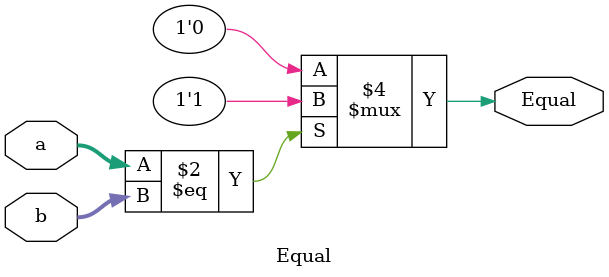
<source format=v>
`timescale 1ns / 1ps


module Equal( input [31:0] a,b, output reg Equal

    );
    
    always @*
    begin
    if(a==b)
    Equal = 1;
    else
    Equal = 0;
    
    end
endmodule

</source>
